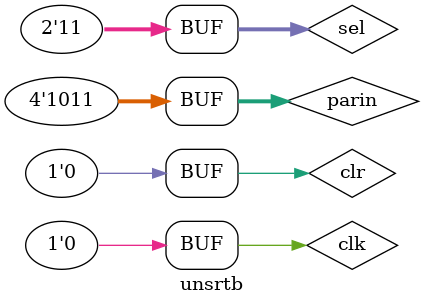
<source format=v>
`timescale 1ns / 1ps

module unsrtb;

reg [3:0]parin;
reg clr;
reg clk;
reg [0:1]sel;
wire [3:0]out;

universal_shift_register uut(.parin(parin),.clr(clr),.clk(clk),.sel(sel),.out(out));

initial  begin 
	$dumpfile("shift.vcd");
	$dumpvars(0,unsrtb);
clk=0;
repeat(100)
#20 clk=~clk;
end

initial  begin
parin=4'b1011;
sel=2'b01;
clr=1'b0;
#40;

parin=4'b1011;
sel=2'b10;
clr=1'b0;
#40;

parin=4'b1011;
sel=2'b11;
clr=1'b0;
#40;

end
endmodule

</source>
